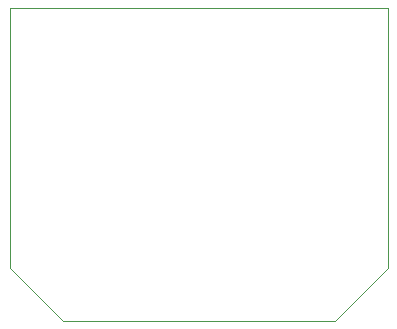
<source format=gbr>
G04 #@! TF.GenerationSoftware,KiCad,Pcbnew,(5.1.6-0-10_14)*
G04 #@! TF.CreationDate,2020-11-17T18:44:15+01:00*
G04 #@! TF.ProjectId,ProStick64_PCB_v6,50726f53-7469-4636-9b36-345f5043425f,rev?*
G04 #@! TF.SameCoordinates,Original*
G04 #@! TF.FileFunction,Profile,NP*
%FSLAX46Y46*%
G04 Gerber Fmt 4.6, Leading zero omitted, Abs format (unit mm)*
G04 Created by KiCad (PCBNEW (5.1.6-0-10_14)) date 2020-11-17 18:44:15*
%MOMM*%
%LPD*%
G01*
G04 APERTURE LIST*
G04 #@! TA.AperFunction,Profile*
%ADD10C,0.050000*%
G04 #@! TD*
G04 APERTURE END LIST*
D10*
X134500000Y-86500000D02*
X130000000Y-82000000D01*
X157500000Y-86500000D02*
X162000000Y-82000000D01*
X146000000Y-86500000D02*
X134500000Y-86500000D01*
X146000000Y-86500000D02*
X157500000Y-86500000D01*
X162000000Y-60000000D02*
X162000000Y-82000000D01*
X130000000Y-60000000D02*
X130000000Y-82000000D01*
X162000000Y-60000000D02*
X130000000Y-60000000D01*
M02*

</source>
